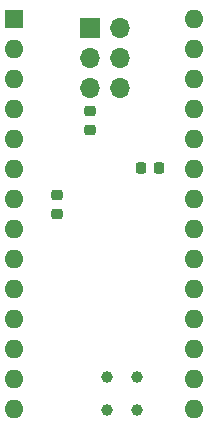
<source format=gbr>
%TF.GenerationSoftware,KiCad,Pcbnew,6.0.11-2627ca5db0~126~ubuntu22.04.1*%
%TF.CreationDate,2024-02-09T08:46:32-05:00*%
%TF.ProjectId,HP8656B_fractional-n_microprocessor,48503836-3536-4425-9f66-72616374696f,rev?*%
%TF.SameCoordinates,Original*%
%TF.FileFunction,Soldermask,Bot*%
%TF.FilePolarity,Negative*%
%FSLAX46Y46*%
G04 Gerber Fmt 4.6, Leading zero omitted, Abs format (unit mm)*
G04 Created by KiCad (PCBNEW 6.0.11-2627ca5db0~126~ubuntu22.04.1) date 2024-02-09 08:46:32*
%MOMM*%
%LPD*%
G01*
G04 APERTURE LIST*
G04 Aperture macros list*
%AMRoundRect*
0 Rectangle with rounded corners*
0 $1 Rounding radius*
0 $2 $3 $4 $5 $6 $7 $8 $9 X,Y pos of 4 corners*
0 Add a 4 corners polygon primitive as box body*
4,1,4,$2,$3,$4,$5,$6,$7,$8,$9,$2,$3,0*
0 Add four circle primitives for the rounded corners*
1,1,$1+$1,$2,$3*
1,1,$1+$1,$4,$5*
1,1,$1+$1,$6,$7*
1,1,$1+$1,$8,$9*
0 Add four rect primitives between the rounded corners*
20,1,$1+$1,$2,$3,$4,$5,0*
20,1,$1+$1,$4,$5,$6,$7,0*
20,1,$1+$1,$6,$7,$8,$9,0*
20,1,$1+$1,$8,$9,$2,$3,0*%
G04 Aperture macros list end*
%ADD10R,1.600000X1.600000*%
%ADD11O,1.600000X1.600000*%
%ADD12R,1.700000X1.700000*%
%ADD13O,1.700000X1.700000*%
%ADD14C,1.000000*%
%ADD15RoundRect,0.225000X0.250000X-0.225000X0.250000X0.225000X-0.250000X0.225000X-0.250000X-0.225000X0*%
%ADD16RoundRect,0.225000X0.225000X0.250000X-0.225000X0.250000X-0.225000X-0.250000X0.225000X-0.250000X0*%
%ADD17RoundRect,0.225000X-0.250000X0.225000X-0.250000X-0.225000X0.250000X-0.225000X0.250000X0.225000X0*%
G04 APERTURE END LIST*
D10*
%TO.C,U2*%
X129336800Y-32842200D03*
D11*
X129336800Y-35382200D03*
X129336800Y-37922200D03*
X129336800Y-40462200D03*
X129336800Y-43002200D03*
X129336800Y-45542200D03*
X129336800Y-48082200D03*
X129336800Y-50622200D03*
X129336800Y-53162200D03*
X129336800Y-55702200D03*
X129336800Y-58242200D03*
X129336800Y-60782200D03*
X129336800Y-63322200D03*
X129336800Y-65862200D03*
X144576800Y-65862200D03*
X144576800Y-63322200D03*
X144576800Y-60782200D03*
X144576800Y-58242200D03*
X144576800Y-55702200D03*
X144576800Y-53162200D03*
X144576800Y-50622200D03*
X144576800Y-48082200D03*
X144576800Y-45542200D03*
X144576800Y-43002200D03*
X144576800Y-40462200D03*
X144576800Y-37922200D03*
X144576800Y-35382200D03*
X144576800Y-32842200D03*
%TD*%
D12*
%TO.C,J1*%
X135758000Y-33543000D03*
D13*
X138298000Y-33543000D03*
X135758000Y-36083000D03*
X138298000Y-36083000D03*
X135758000Y-38623000D03*
X138298000Y-38623000D03*
%TD*%
D14*
%TO.C,TP3*%
X137160000Y-63119000D03*
%TD*%
D15*
%TO.C,C3*%
X135763000Y-42177000D03*
X135763000Y-40627000D03*
%TD*%
D14*
%TO.C,TP4*%
X137160000Y-65913000D03*
%TD*%
%TO.C,TP2*%
X139700000Y-65913000D03*
%TD*%
D16*
%TO.C,C1*%
X141618000Y-45466000D03*
X140068000Y-45466000D03*
%TD*%
D14*
%TO.C,TP1*%
X139700000Y-63119000D03*
%TD*%
D17*
%TO.C,C2*%
X132969000Y-47739000D03*
X132969000Y-49289000D03*
%TD*%
M02*

</source>
